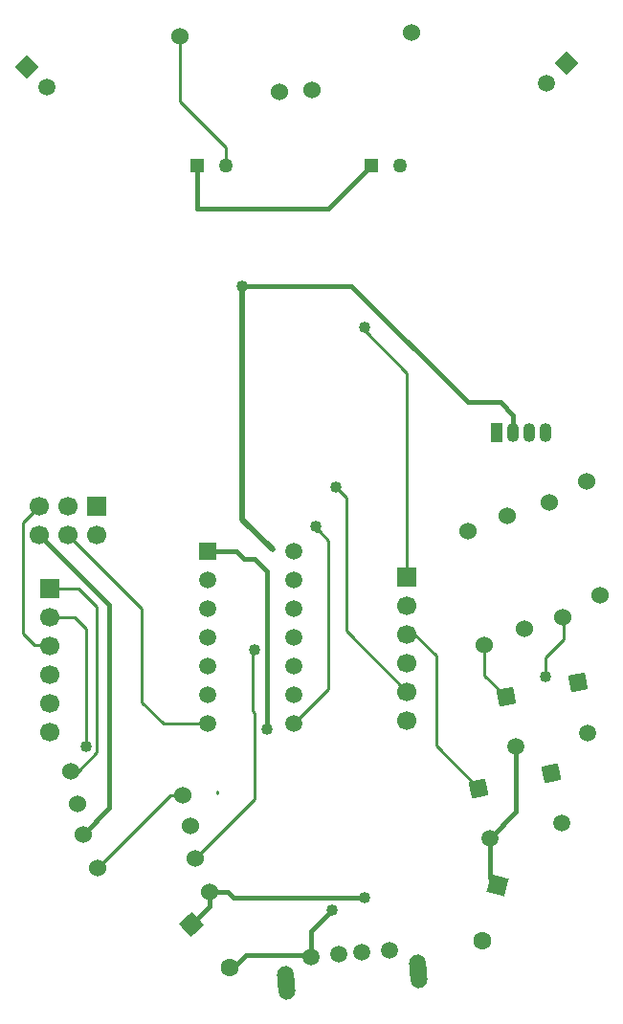
<source format=gbr>
G04 DipTrace 3.3.1.3*
G04 Top.gbr*
%MOIN*%
G04 #@! TF.FileFunction,Copper,L1,Top*
G04 #@! TF.Part,Single*
%AMOUTLINE0*
4,1,4,
0.038575,0.022271,
0.022271,-0.038575,
-0.038575,-0.022271,
-0.022271,0.038575,
0.038575,0.022271,
0*%
%AMOUTLINE3*
4,1,4,
0.002276,0.044484,
0.044484,-0.002276,
-0.002276,-0.044484,
-0.044484,0.002276,
0.002276,0.044484,
0*%
%AMOUTLINE6*
4,1,4,
0.0,-0.041758,
-0.041758,0.0,
0.0,0.041758,
0.041758,0.0,
0.0,-0.041758,
0*%
%AMOUTLINE9*
4,1,4,
-0.041758,0.0,
0.0,0.041758,
0.041758,0.0,
0.0,-0.041758,
-0.041758,0.0,
0*%
%AMOUTLINE12*
4,1,4,
-0.023433,-0.034564,
-0.034564,0.023433,
0.023433,0.034564,
0.034564,-0.023433,
-0.023433,-0.034564,
0*%
%AMOUTLINE15*
4,1,4,
-0.022754,-0.035014,
-0.035014,0.022754,
0.022754,0.035014,
0.035014,-0.022754,
-0.022754,-0.035014,
0*%
%AMOUTLINE18*
4,1,16,
-0.026904,-0.031936,
-0.022899,-0.044452,
-0.01386,-0.053991,
-0.001577,-0.058663,
0.011516,-0.057543,
0.022827,-0.050853,
0.030115,-0.039918,
0.031936,-0.026904,
0.026904,0.031936,
0.022899,0.044452,
0.01386,0.053991,
0.001577,0.058663,
-0.011516,0.057543,
-0.022827,0.050853,
-0.030115,0.039918,
-0.031936,0.026904,
-0.026904,-0.031936,
0*%
G04 #@! TA.AperFunction,Conductor*
%ADD13C,0.01*%
%ADD14C,0.015*%
%ADD15C,0.02*%
G04 #@! TA.AperFunction,ComponentPad*
%ADD18C,0.062992*%
%ADD19C,0.05*%
%ADD20R,0.05X0.05*%
%ADD21O,0.041339X0.066929*%
%ADD22R,0.041339X0.066929*%
%ADD23C,0.059055*%
%ADD24R,0.066929X0.066929*%
%ADD25C,0.066929*%
%ADD26C,0.06*%
%ADD27C,0.06*%
%ADD29C,0.059055*%
%ADD30R,0.059055X0.059055*%
G04 #@! TA.AperFunction,ViaPad*
%ADD34C,0.04*%
G04 #@! TA.AperFunction,ComponentPad*
%ADD84OUTLINE0*%
%ADD87OUTLINE3*%
%ADD90OUTLINE6*%
%ADD93OUTLINE9*%
%ADD96OUTLINE12*%
%ADD99OUTLINE15*%
%ADD102OUTLINE18*%
%FSLAX26Y26*%
G04*
G70*
G90*
G75*
G01*
G04 Top*
%LPD*%
X656162Y2074763D2*
D13*
X656183D1*
X912396Y1818550D1*
Y1493585D1*
X987451Y1418529D1*
X1143621D1*
X2318498Y1581075D2*
Y1649818D1*
X2380991Y1712312D1*
Y1790193D1*
X2379327D1*
X2106584Y1691327D2*
Y1586760D1*
X2181017Y1512328D1*
X1836915Y1730154D2*
X1862336D1*
X1937288Y1655203D1*
Y1343600D1*
X2087271Y1193617D1*
X1306104Y1674815D2*
X1299855D1*
Y1462338D1*
X1306104Y1456088D1*
Y1156120D1*
X1099876Y949892D1*
X1687314Y2799697D2*
Y2787199D1*
X1836915Y2637598D1*
Y1930154D1*
X1587325Y2243506D2*
X1624821Y2206010D1*
Y1742249D1*
X1836915Y1530154D1*
X2124051Y1020311D2*
D14*
Y883092D1*
X2151535Y855608D1*
X2214408Y1338338D2*
Y1110669D1*
X2124051Y1020311D1*
X1143621Y2018529D2*
X1243611D1*
X1268608Y1993532D1*
X1306104D1*
X1349850Y1949787D1*
Y1399844D1*
X1149870Y831154D2*
Y782413D1*
X1084601Y717144D1*
X1687314Y812406D2*
X1231112D1*
X1212364Y831154D1*
X1149870D1*
X2205998Y2430986D2*
Y2493491D1*
X2162264Y2537225D1*
X2049776D1*
X1643569Y2943432D1*
X1263570D1*
D15*
Y2129806D1*
X1368598Y2024779D1*
X1106115Y3362138D2*
D14*
Y3212154D1*
X1562317D1*
X1712301Y3362138D1*
X556162Y2074763D2*
X799907Y1831018D1*
Y1124429D1*
X708639Y1033161D1*
X1502402Y605897D2*
X1502944Y612427D1*
Y696779D1*
X1574826Y768661D1*
X1218612Y568681D2*
Y556182D1*
X1274857Y612427D1*
X1502944D1*
X1044372Y3813409D2*
D13*
Y3586374D1*
X1206115Y3424632D1*
Y3362138D1*
X1056131Y1168618D2*
X1013204D1*
X758532Y913947D1*
X592234Y1889074D2*
X691888D1*
X756162Y1824800D1*
Y1318603D1*
X691176Y1253617D1*
X665266D1*
X592234Y1789074D2*
X679399D1*
X718666Y1749808D1*
Y1337351D1*
X556162Y2174763D2*
Y2174742D1*
X499939Y2118519D1*
Y1731060D1*
X537435Y1693564D1*
X587745D1*
X592234Y1689074D1*
X1176079Y1176868D2*
Y1181117D1*
X1518582Y2106020D2*
Y2087283D1*
X1531070D1*
X1562327Y2056025D1*
Y1537235D1*
X1443621Y1418529D1*
D34*
X2318498Y1581075D3*
X1306104Y1674815D3*
X1687314Y2799697D3*
X1587325Y2243506D3*
X1349850Y1399844D3*
X1687314Y812406D3*
X1263570Y2943432D3*
X1574826Y768661D3*
X718666Y1337351D3*
X1518582Y2106020D3*
D18*
X2099771Y662422D3*
D84*
X2151535Y855608D3*
D18*
X1218612Y568681D3*
D87*
X1084601Y717144D3*
D19*
X1206115Y3362138D3*
D20*
X1106115D3*
D19*
X1812301D3*
D20*
X1712301D3*
D21*
X2318498Y2430986D3*
X2205998D3*
D22*
X2149748D3*
D21*
X2262248D3*
D90*
X512438Y3705852D3*
D23*
X583149Y3635141D3*
D93*
X2393490Y3718351D3*
D23*
X2322779Y3647640D3*
D24*
X1836915Y1930154D3*
D25*
Y1830154D3*
Y1730154D3*
Y1630154D3*
Y1530154D3*
Y1430154D3*
D24*
X592234Y1889074D3*
D25*
Y1789074D3*
Y1689074D3*
Y1589074D3*
Y1489074D3*
Y1389074D3*
D24*
X756162Y2174763D3*
D25*
Y2074763D3*
X656162Y2174763D3*
Y2074763D3*
X556162Y2174763D3*
Y2074763D3*
D26*
X1393595Y3618362D3*
D27*
X1044372Y3813409D3*
D26*
X1506083Y3624611D3*
D27*
X1852493Y3824611D3*
D26*
X1099876Y949892D3*
D27*
X708639Y1033161D3*
D26*
X2049776Y2087272D3*
D27*
X2106584Y1691327D3*
D26*
X1149870Y831154D3*
D27*
X758532Y913947D3*
D26*
X1056131Y1168618D3*
D27*
X665266Y1253617D3*
D26*
X1081128Y1062380D3*
D27*
X688338Y1137986D3*
D26*
X2462233Y2262253D3*
D27*
X2508915Y1864987D3*
D26*
X2330997Y2187262D3*
D27*
X2379327Y1790193D3*
D26*
X2187262Y2143517D3*
D27*
X2244721Y1747665D3*
D96*
X2181017Y1512328D3*
D29*
X2214408Y1338338D3*
X2465728Y1386570D3*
D96*
X2432336Y1560560D3*
D99*
X2087271Y1193617D3*
D29*
X2124051Y1020311D3*
X2374381Y1073437D3*
D99*
X2337601Y1246742D3*
D30*
X1143621Y2018529D3*
D23*
Y1918529D3*
Y1818529D3*
Y1718529D3*
Y1618529D3*
Y1518529D3*
Y1418529D3*
X1443621D3*
Y1518529D3*
Y1618529D3*
Y1718529D3*
Y1818529D3*
Y1918529D3*
Y2018529D3*
X1600469Y614284D3*
X1678923Y620994D3*
X1776990Y629381D3*
X1502402Y605897D3*
D102*
X1417264Y515636D3*
X1876218Y554889D3*
M02*

</source>
